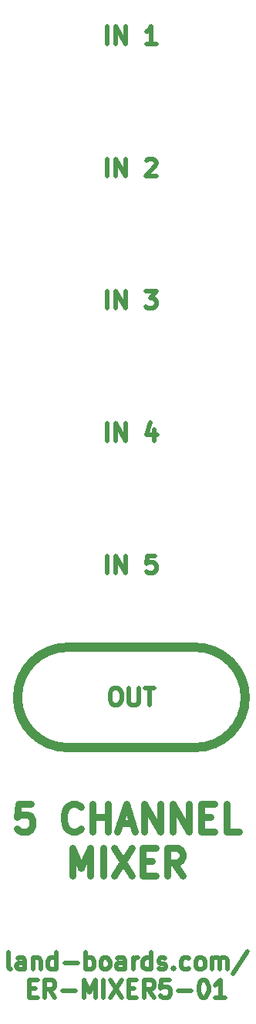
<source format=gto>
%TF.GenerationSoftware,KiCad,Pcbnew,(6.0.1)*%
%TF.CreationDate,2022-10-17T21:39:49-04:00*%
%TF.ProjectId,ER-MIXER5-01_PANEL,45522d4d-4958-4455-9235-2d30315f5041,1*%
%TF.SameCoordinates,Original*%
%TF.FileFunction,Legend,Top*%
%TF.FilePolarity,Positive*%
%FSLAX46Y46*%
G04 Gerber Fmt 4.6, Leading zero omitted, Abs format (unit mm)*
G04 Created by KiCad (PCBNEW (6.0.1)) date 2022-10-17 21:39:49*
%MOMM*%
%LPD*%
G01*
G04 APERTURE LIST*
%ADD10C,1.000000*%
%ADD11C,0.750000*%
%ADD12C,0.476250*%
%ADD13C,0.150000*%
G04 APERTURE END LIST*
D10*
X8500004Y-93000000D02*
X22500004Y-93000000D01*
X8500004Y-82000000D02*
X22500004Y-82000000D01*
X22500004Y-93000000D02*
G75*
G03*
X22500004Y-82000000I0J5500000D01*
G01*
X8500004Y-82000000D02*
G75*
G03*
X8500004Y-93000000I0J-5500000D01*
G01*
D11*
X4500000Y-99192142D02*
X3071428Y-99192142D01*
X2928571Y-100620714D01*
X3071428Y-100477857D01*
X3357142Y-100335000D01*
X4071428Y-100335000D01*
X4357142Y-100477857D01*
X4500000Y-100620714D01*
X4642857Y-100906428D01*
X4642857Y-101620714D01*
X4500000Y-101906428D01*
X4357142Y-102049285D01*
X4071428Y-102192142D01*
X3357142Y-102192142D01*
X3071428Y-102049285D01*
X2928571Y-101906428D01*
X9928571Y-101906428D02*
X9785714Y-102049285D01*
X9357142Y-102192142D01*
X9071428Y-102192142D01*
X8642857Y-102049285D01*
X8357142Y-101763571D01*
X8214285Y-101477857D01*
X8071428Y-100906428D01*
X8071428Y-100477857D01*
X8214285Y-99906428D01*
X8357142Y-99620714D01*
X8642857Y-99335000D01*
X9071428Y-99192142D01*
X9357142Y-99192142D01*
X9785714Y-99335000D01*
X9928571Y-99477857D01*
X11214285Y-102192142D02*
X11214285Y-99192142D01*
X11214285Y-100620714D02*
X12928571Y-100620714D01*
X12928571Y-102192142D02*
X12928571Y-99192142D01*
X14214285Y-101335000D02*
X15642857Y-101335000D01*
X13928571Y-102192142D02*
X14928571Y-99192142D01*
X15928571Y-102192142D01*
X16928571Y-102192142D02*
X16928571Y-99192142D01*
X18642857Y-102192142D01*
X18642857Y-99192142D01*
X20071428Y-102192142D02*
X20071428Y-99192142D01*
X21785714Y-102192142D01*
X21785714Y-99192142D01*
X23214285Y-100620714D02*
X24214285Y-100620714D01*
X24642857Y-102192142D02*
X23214285Y-102192142D01*
X23214285Y-99192142D01*
X24642857Y-99192142D01*
X27357142Y-102192142D02*
X25928571Y-102192142D01*
X25928571Y-99192142D01*
X9000000Y-107022142D02*
X9000000Y-104022142D01*
X10000000Y-106165000D01*
X11000000Y-104022142D01*
X11000000Y-107022142D01*
X12428571Y-107022142D02*
X12428571Y-104022142D01*
X13571428Y-104022142D02*
X15571428Y-107022142D01*
X15571428Y-104022142D02*
X13571428Y-107022142D01*
X16714285Y-105450714D02*
X17714285Y-105450714D01*
X18142857Y-107022142D02*
X16714285Y-107022142D01*
X16714285Y-104022142D01*
X18142857Y-104022142D01*
X21142857Y-107022142D02*
X20142857Y-105593571D01*
X19428571Y-107022142D02*
X19428571Y-104022142D01*
X20571428Y-104022142D01*
X20857142Y-104165000D01*
X21000000Y-104307857D01*
X21142857Y-104593571D01*
X21142857Y-105022142D01*
X21000000Y-105307857D01*
X20857142Y-105450714D01*
X20571428Y-105593571D01*
X19428571Y-105593571D01*
D12*
X2254642Y-117328260D02*
X2073214Y-117237546D01*
X1982499Y-117056117D01*
X1982499Y-115423260D01*
X3796785Y-117328260D02*
X3796785Y-116330403D01*
X3706071Y-116148975D01*
X3524642Y-116058260D01*
X3161785Y-116058260D01*
X2980357Y-116148975D01*
X3796785Y-117237546D02*
X3615357Y-117328260D01*
X3161785Y-117328260D01*
X2980357Y-117237546D01*
X2889642Y-117056117D01*
X2889642Y-116874689D01*
X2980357Y-116693260D01*
X3161785Y-116602546D01*
X3615357Y-116602546D01*
X3796785Y-116511832D01*
X4703928Y-116058260D02*
X4703928Y-117328260D01*
X4703928Y-116239689D02*
X4794642Y-116148975D01*
X4976071Y-116058260D01*
X5248214Y-116058260D01*
X5429642Y-116148975D01*
X5520357Y-116330403D01*
X5520357Y-117328260D01*
X7243928Y-117328260D02*
X7243928Y-115423260D01*
X7243928Y-117237546D02*
X7062499Y-117328260D01*
X6699642Y-117328260D01*
X6518214Y-117237546D01*
X6427499Y-117146832D01*
X6336785Y-116965403D01*
X6336785Y-116421117D01*
X6427499Y-116239689D01*
X6518214Y-116148975D01*
X6699642Y-116058260D01*
X7062499Y-116058260D01*
X7243928Y-116148975D01*
X8151071Y-116602546D02*
X9602499Y-116602546D01*
X10509642Y-117328260D02*
X10509642Y-115423260D01*
X10509642Y-116148975D02*
X10691071Y-116058260D01*
X11053928Y-116058260D01*
X11235357Y-116148975D01*
X11326071Y-116239689D01*
X11416785Y-116421117D01*
X11416785Y-116965403D01*
X11326071Y-117146832D01*
X11235357Y-117237546D01*
X11053928Y-117328260D01*
X10691071Y-117328260D01*
X10509642Y-117237546D01*
X12505357Y-117328260D02*
X12323928Y-117237546D01*
X12233214Y-117146832D01*
X12142499Y-116965403D01*
X12142499Y-116421117D01*
X12233214Y-116239689D01*
X12323928Y-116148975D01*
X12505357Y-116058260D01*
X12777499Y-116058260D01*
X12958928Y-116148975D01*
X13049642Y-116239689D01*
X13140357Y-116421117D01*
X13140357Y-116965403D01*
X13049642Y-117146832D01*
X12958928Y-117237546D01*
X12777499Y-117328260D01*
X12505357Y-117328260D01*
X14773214Y-117328260D02*
X14773214Y-116330403D01*
X14682499Y-116148975D01*
X14501071Y-116058260D01*
X14138214Y-116058260D01*
X13956785Y-116148975D01*
X14773214Y-117237546D02*
X14591785Y-117328260D01*
X14138214Y-117328260D01*
X13956785Y-117237546D01*
X13866071Y-117056117D01*
X13866071Y-116874689D01*
X13956785Y-116693260D01*
X14138214Y-116602546D01*
X14591785Y-116602546D01*
X14773214Y-116511832D01*
X15680357Y-117328260D02*
X15680357Y-116058260D01*
X15680357Y-116421117D02*
X15771071Y-116239689D01*
X15861785Y-116148975D01*
X16043214Y-116058260D01*
X16224642Y-116058260D01*
X17676071Y-117328260D02*
X17676071Y-115423260D01*
X17676071Y-117237546D02*
X17494642Y-117328260D01*
X17131785Y-117328260D01*
X16950357Y-117237546D01*
X16859642Y-117146832D01*
X16768928Y-116965403D01*
X16768928Y-116421117D01*
X16859642Y-116239689D01*
X16950357Y-116148975D01*
X17131785Y-116058260D01*
X17494642Y-116058260D01*
X17676071Y-116148975D01*
X18492500Y-117237546D02*
X18673928Y-117328260D01*
X19036785Y-117328260D01*
X19218214Y-117237546D01*
X19308928Y-117056117D01*
X19308928Y-116965403D01*
X19218214Y-116783975D01*
X19036785Y-116693260D01*
X18764642Y-116693260D01*
X18583214Y-116602546D01*
X18492500Y-116421117D01*
X18492500Y-116330403D01*
X18583214Y-116148975D01*
X18764642Y-116058260D01*
X19036785Y-116058260D01*
X19218214Y-116148975D01*
X20125357Y-117146832D02*
X20216071Y-117237546D01*
X20125357Y-117328260D01*
X20034642Y-117237546D01*
X20125357Y-117146832D01*
X20125357Y-117328260D01*
X21848928Y-117237546D02*
X21667500Y-117328260D01*
X21304642Y-117328260D01*
X21123214Y-117237546D01*
X21032500Y-117146832D01*
X20941785Y-116965403D01*
X20941785Y-116421117D01*
X21032500Y-116239689D01*
X21123214Y-116148975D01*
X21304642Y-116058260D01*
X21667500Y-116058260D01*
X21848928Y-116148975D01*
X22937500Y-117328260D02*
X22756071Y-117237546D01*
X22665357Y-117146832D01*
X22574642Y-116965403D01*
X22574642Y-116421117D01*
X22665357Y-116239689D01*
X22756071Y-116148975D01*
X22937500Y-116058260D01*
X23209642Y-116058260D01*
X23391071Y-116148975D01*
X23481785Y-116239689D01*
X23572500Y-116421117D01*
X23572500Y-116965403D01*
X23481785Y-117146832D01*
X23391071Y-117237546D01*
X23209642Y-117328260D01*
X22937500Y-117328260D01*
X24388928Y-117328260D02*
X24388928Y-116058260D01*
X24388928Y-116239689D02*
X24479642Y-116148975D01*
X24661071Y-116058260D01*
X24933214Y-116058260D01*
X25114642Y-116148975D01*
X25205357Y-116330403D01*
X25205357Y-117328260D01*
X25205357Y-116330403D02*
X25296071Y-116148975D01*
X25477500Y-116058260D01*
X25749642Y-116058260D01*
X25931071Y-116148975D01*
X26021785Y-116330403D01*
X26021785Y-117328260D01*
X28289642Y-115332546D02*
X26656785Y-117781832D01*
X4295714Y-119397453D02*
X4930714Y-119397453D01*
X5202857Y-120395310D02*
X4295714Y-120395310D01*
X4295714Y-118490310D01*
X5202857Y-118490310D01*
X7107857Y-120395310D02*
X6472857Y-119488167D01*
X6019285Y-120395310D02*
X6019285Y-118490310D01*
X6744999Y-118490310D01*
X6926428Y-118581025D01*
X7017142Y-118671739D01*
X7107857Y-118853167D01*
X7107857Y-119125310D01*
X7017142Y-119306739D01*
X6926428Y-119397453D01*
X6744999Y-119488167D01*
X6019285Y-119488167D01*
X7924285Y-119669596D02*
X9375714Y-119669596D01*
X10282857Y-120395310D02*
X10282857Y-118490310D01*
X10917857Y-119851025D01*
X11552857Y-118490310D01*
X11552857Y-120395310D01*
X12459999Y-120395310D02*
X12459999Y-118490310D01*
X13185714Y-118490310D02*
X14455714Y-120395310D01*
X14455714Y-118490310D02*
X13185714Y-120395310D01*
X15181428Y-119397453D02*
X15816428Y-119397453D01*
X16088571Y-120395310D02*
X15181428Y-120395310D01*
X15181428Y-118490310D01*
X16088571Y-118490310D01*
X17993571Y-120395310D02*
X17358571Y-119488167D01*
X16905000Y-120395310D02*
X16905000Y-118490310D01*
X17630714Y-118490310D01*
X17812142Y-118581025D01*
X17902857Y-118671739D01*
X17993571Y-118853167D01*
X17993571Y-119125310D01*
X17902857Y-119306739D01*
X17812142Y-119397453D01*
X17630714Y-119488167D01*
X16905000Y-119488167D01*
X19717142Y-118490310D02*
X18810000Y-118490310D01*
X18719285Y-119397453D01*
X18810000Y-119306739D01*
X18991428Y-119216025D01*
X19445000Y-119216025D01*
X19626428Y-119306739D01*
X19717142Y-119397453D01*
X19807857Y-119578882D01*
X19807857Y-120032453D01*
X19717142Y-120213882D01*
X19626428Y-120304596D01*
X19445000Y-120395310D01*
X18991428Y-120395310D01*
X18810000Y-120304596D01*
X18719285Y-120213882D01*
X20624285Y-119669596D02*
X22075714Y-119669596D01*
X23345714Y-118490310D02*
X23527142Y-118490310D01*
X23708571Y-118581025D01*
X23799285Y-118671739D01*
X23890000Y-118853167D01*
X23980714Y-119216025D01*
X23980714Y-119669596D01*
X23890000Y-120032453D01*
X23799285Y-120213882D01*
X23708571Y-120304596D01*
X23527142Y-120395310D01*
X23345714Y-120395310D01*
X23164285Y-120304596D01*
X23073571Y-120213882D01*
X22982857Y-120032453D01*
X22892142Y-119669596D01*
X22892142Y-119216025D01*
X22982857Y-118853167D01*
X23073571Y-118671739D01*
X23164285Y-118581025D01*
X23345714Y-118490310D01*
X25794999Y-120395310D02*
X24706428Y-120395310D01*
X25250714Y-120395310D02*
X25250714Y-118490310D01*
X25069285Y-118762453D01*
X24887857Y-118943882D01*
X24706428Y-119034596D01*
X12869285Y-15861785D02*
X12869285Y-13956785D01*
X13776428Y-15861785D02*
X13776428Y-13956785D01*
X14865000Y-15861785D01*
X14865000Y-13956785D01*
X18221428Y-15861785D02*
X17132857Y-15861785D01*
X17677142Y-15861785D02*
X17677142Y-13956785D01*
X17495714Y-14228928D01*
X17314285Y-14410357D01*
X17132857Y-14501071D01*
X12869285Y-30361785D02*
X12869285Y-28456785D01*
X13776428Y-30361785D02*
X13776428Y-28456785D01*
X14865000Y-30361785D01*
X14865000Y-28456785D01*
X17132857Y-28638214D02*
X17223571Y-28547500D01*
X17405000Y-28456785D01*
X17858571Y-28456785D01*
X18040000Y-28547500D01*
X18130714Y-28638214D01*
X18221428Y-28819642D01*
X18221428Y-29001071D01*
X18130714Y-29273214D01*
X17042142Y-30361785D01*
X18221428Y-30361785D01*
X12869285Y-59361785D02*
X12869285Y-57456785D01*
X13776428Y-59361785D02*
X13776428Y-57456785D01*
X14865000Y-59361785D01*
X14865000Y-57456785D01*
X18040000Y-58091785D02*
X18040000Y-59361785D01*
X17586428Y-57366071D02*
X17132857Y-58726785D01*
X18312142Y-58726785D01*
X12869285Y-44861785D02*
X12869285Y-42956785D01*
X13776428Y-44861785D02*
X13776428Y-42956785D01*
X14865000Y-44861785D01*
X14865000Y-42956785D01*
X17042142Y-42956785D02*
X18221428Y-42956785D01*
X17586428Y-43682500D01*
X17858571Y-43682500D01*
X18040000Y-43773214D01*
X18130714Y-43863928D01*
X18221428Y-44045357D01*
X18221428Y-44498928D01*
X18130714Y-44680357D01*
X18040000Y-44771071D01*
X17858571Y-44861785D01*
X17314285Y-44861785D01*
X17132857Y-44771071D01*
X17042142Y-44680357D01*
X13595000Y-86456785D02*
X13957857Y-86456785D01*
X14139285Y-86547500D01*
X14320714Y-86728928D01*
X14411428Y-87091785D01*
X14411428Y-87726785D01*
X14320714Y-88089642D01*
X14139285Y-88271071D01*
X13957857Y-88361785D01*
X13595000Y-88361785D01*
X13413571Y-88271071D01*
X13232142Y-88089642D01*
X13141428Y-87726785D01*
X13141428Y-87091785D01*
X13232142Y-86728928D01*
X13413571Y-86547500D01*
X13595000Y-86456785D01*
X15227857Y-86456785D02*
X15227857Y-87998928D01*
X15318571Y-88180357D01*
X15409285Y-88271071D01*
X15590714Y-88361785D01*
X15953571Y-88361785D01*
X16135000Y-88271071D01*
X16225714Y-88180357D01*
X16316428Y-87998928D01*
X16316428Y-86456785D01*
X16951428Y-86456785D02*
X18040000Y-86456785D01*
X17495714Y-88361785D02*
X17495714Y-86456785D01*
X12869285Y-73861785D02*
X12869285Y-71956785D01*
X13776428Y-73861785D02*
X13776428Y-71956785D01*
X14865000Y-73861785D01*
X14865000Y-71956785D01*
X18130714Y-71956785D02*
X17223571Y-71956785D01*
X17132857Y-72863928D01*
X17223571Y-72773214D01*
X17405000Y-72682500D01*
X17858571Y-72682500D01*
X18040000Y-72773214D01*
X18130714Y-72863928D01*
X18221428Y-73045357D01*
X18221428Y-73498928D01*
X18130714Y-73680357D01*
X18040000Y-73771071D01*
X17858571Y-73861785D01*
X17405000Y-73861785D01*
X17223571Y-73771071D01*
X17132857Y-73680357D01*
D13*
%TO.C,*%
%TD*%
M02*

</source>
